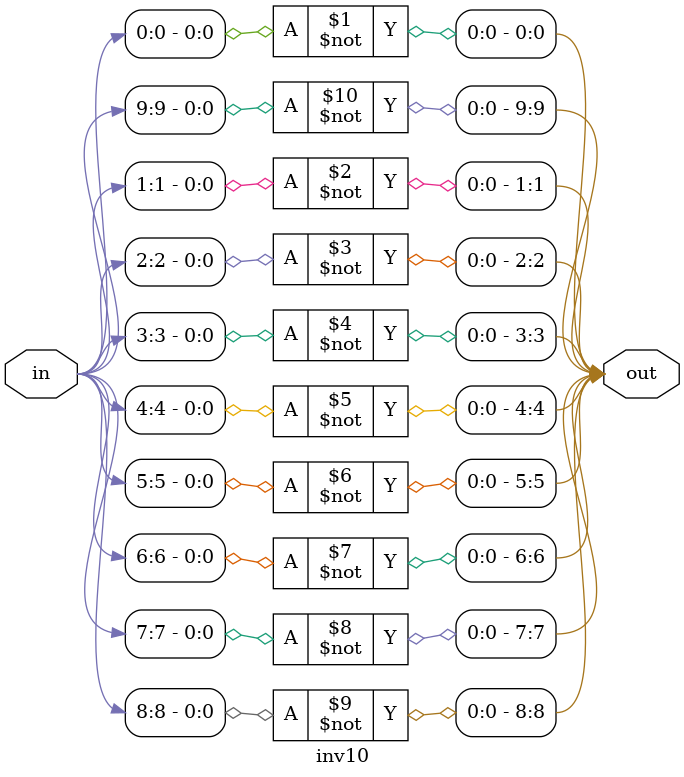
<source format=v>
module inv10 (out, in);

   input [9:0]  in;

   output [9:0] out;

   not i1 (out[0], in[0]);
   not i2 (out[1], in[1]);
   not i3 (out[2], in[2]);
   not i4 (out[3], in[3]);
   not i5 (out[4], in[4]);
   not i6 (out[5], in[5]);
   not i7 (out[6], in[6]);
   not i8 (out[7], in[7]);
   not i9 (out[8], in[8]);
   not i10 (out[9], in[9]);

endmodule // inv10

</source>
